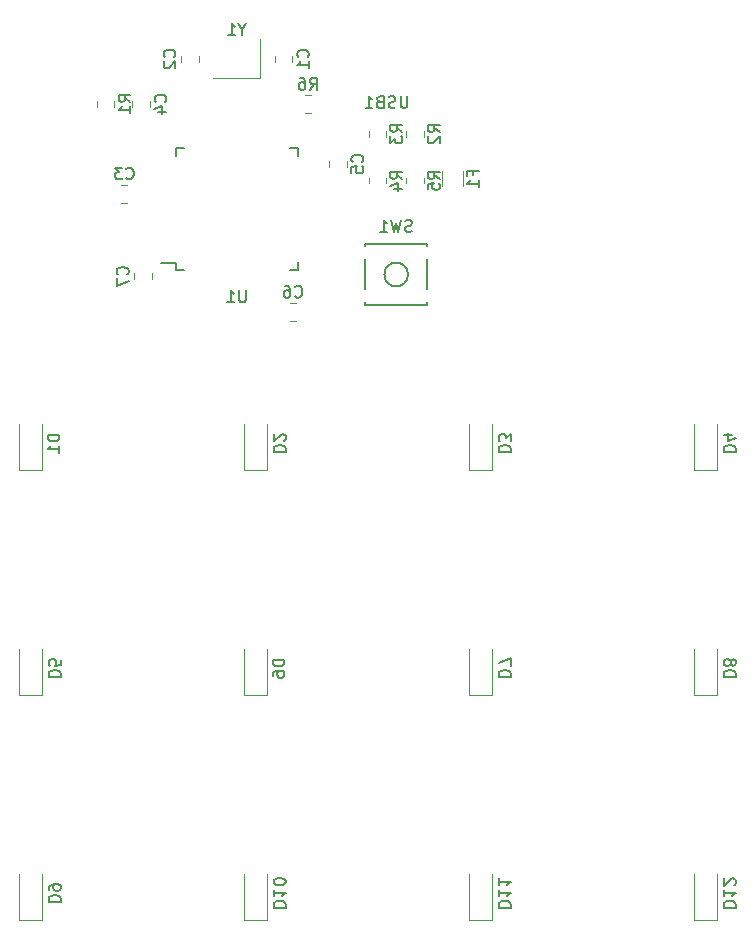
<source format=gbo>
%TF.GenerationSoftware,KiCad,Pcbnew,(5.1.10)-1*%
%TF.CreationDate,2021-11-01T22:25:46+02:00*%
%TF.ProjectId,V1,56312e6b-6963-4616-945f-706362585858,rev?*%
%TF.SameCoordinates,Original*%
%TF.FileFunction,Legend,Bot*%
%TF.FilePolarity,Positive*%
%FSLAX46Y46*%
G04 Gerber Fmt 4.6, Leading zero omitted, Abs format (unit mm)*
G04 Created by KiCad (PCBNEW (5.1.10)-1) date 2021-11-01 22:25:46*
%MOMM*%
%LPD*%
G01*
G04 APERTURE LIST*
%ADD10C,0.120000*%
%ADD11C,0.150000*%
%ADD12R,1.400000X1.200000*%
%ADD13R,0.600000X1.450000*%
%ADD14R,0.300000X1.450000*%
%ADD15C,0.650000*%
%ADD16O,1.000000X2.100000*%
%ADD17O,1.000000X1.600000*%
%ADD18R,0.550000X1.500000*%
%ADD19R,1.500000X0.550000*%
%ADD20R,1.800000X1.100000*%
%ADD21C,2.250000*%
%ADD22C,3.987800*%
%ADD23C,1.750000*%
%ADD24R,1.200000X0.900000*%
G04 APERTURE END LIST*
D10*
%TO.C,Y1*%
X92487500Y-61850000D02*
X92487500Y-65150000D01*
X92487500Y-65150000D02*
X88487500Y-65150000D01*
D11*
%TO.C,U1*%
X85312500Y-81375000D02*
X85312500Y-80800000D01*
X95662500Y-81375000D02*
X95662500Y-80700000D01*
X95662500Y-71025000D02*
X95662500Y-71700000D01*
X85312500Y-71025000D02*
X85312500Y-71700000D01*
X85312500Y-81375000D02*
X85987500Y-81375000D01*
X85312500Y-71025000D02*
X85987500Y-71025000D01*
X95662500Y-71025000D02*
X94987500Y-71025000D01*
X95662500Y-81375000D02*
X94987500Y-81375000D01*
X85312500Y-80800000D02*
X84037500Y-80800000D01*
%TO.C,SW1*%
X104981250Y-81756250D02*
G75*
G03*
X104981250Y-81756250I-1000000J0D01*
G01*
X101381250Y-79156250D02*
X101381250Y-84356250D01*
X106581250Y-79156250D02*
X101381250Y-79156250D01*
X106581250Y-84356250D02*
X106581250Y-79156250D01*
X101381250Y-84356250D02*
X106581250Y-84356250D01*
D10*
%TO.C,R6*%
X96747064Y-66575000D02*
X96292936Y-66575000D01*
X96747064Y-68045000D02*
X96292936Y-68045000D01*
%TO.C,R5*%
X106303750Y-74045814D02*
X106303750Y-73591686D01*
X104833750Y-74045814D02*
X104833750Y-73591686D01*
%TO.C,R4*%
X103128750Y-74045814D02*
X103128750Y-73591686D01*
X101658750Y-74045814D02*
X101658750Y-73591686D01*
%TO.C,R3*%
X103128750Y-70077064D02*
X103128750Y-69622936D01*
X101658750Y-70077064D02*
X101658750Y-69622936D01*
%TO.C,R2*%
X106303750Y-70077064D02*
X106303750Y-69622936D01*
X104833750Y-70077064D02*
X104833750Y-69622936D01*
%TO.C,R1*%
X80110000Y-67537064D02*
X80110000Y-67082936D01*
X78640000Y-67537064D02*
X78640000Y-67082936D01*
%TO.C,F1*%
X109653750Y-74233314D02*
X109653750Y-73029186D01*
X107833750Y-74233314D02*
X107833750Y-73029186D01*
%TO.C,D12*%
X131175000Y-136393750D02*
X129175000Y-136393750D01*
X129175000Y-136393750D02*
X129175000Y-132493750D01*
X131175000Y-136393750D02*
X131175000Y-132493750D01*
%TO.C,D11*%
X112125000Y-136393750D02*
X110125000Y-136393750D01*
X110125000Y-136393750D02*
X110125000Y-132493750D01*
X112125000Y-136393750D02*
X112125000Y-132493750D01*
%TO.C,D10*%
X93075000Y-136393750D02*
X91075000Y-136393750D01*
X91075000Y-136393750D02*
X91075000Y-132493750D01*
X93075000Y-136393750D02*
X93075000Y-132493750D01*
%TO.C,D9*%
X74025000Y-136393750D02*
X72025000Y-136393750D01*
X72025000Y-136393750D02*
X72025000Y-132493750D01*
X74025000Y-136393750D02*
X74025000Y-132493750D01*
%TO.C,D8*%
X131175000Y-117343750D02*
X129175000Y-117343750D01*
X129175000Y-117343750D02*
X129175000Y-113443750D01*
X131175000Y-117343750D02*
X131175000Y-113443750D01*
%TO.C,D7*%
X112125000Y-117343750D02*
X110125000Y-117343750D01*
X110125000Y-117343750D02*
X110125000Y-113443750D01*
X112125000Y-117343750D02*
X112125000Y-113443750D01*
%TO.C,D6*%
X93075000Y-117343750D02*
X91075000Y-117343750D01*
X91075000Y-117343750D02*
X91075000Y-113443750D01*
X93075000Y-117343750D02*
X93075000Y-113443750D01*
%TO.C,D5*%
X74025000Y-117343750D02*
X72025000Y-117343750D01*
X72025000Y-117343750D02*
X72025000Y-113443750D01*
X74025000Y-117343750D02*
X74025000Y-113443750D01*
%TO.C,D4*%
X131175000Y-98293750D02*
X129175000Y-98293750D01*
X129175000Y-98293750D02*
X129175000Y-94393750D01*
X131175000Y-98293750D02*
X131175000Y-94393750D01*
%TO.C,D3*%
X112125000Y-98293750D02*
X110125000Y-98293750D01*
X110125000Y-98293750D02*
X110125000Y-94393750D01*
X112125000Y-98293750D02*
X112125000Y-94393750D01*
%TO.C,D2*%
X93075000Y-98293750D02*
X91075000Y-98293750D01*
X91075000Y-98293750D02*
X91075000Y-94393750D01*
X93075000Y-98293750D02*
X93075000Y-94393750D01*
%TO.C,D1*%
X74025000Y-98293750D02*
X72025000Y-98293750D01*
X72025000Y-98293750D02*
X72025000Y-94393750D01*
X74025000Y-98293750D02*
X74025000Y-94393750D01*
%TO.C,C7*%
X81815000Y-81651248D02*
X81815000Y-82173752D01*
X83285000Y-81651248D02*
X83285000Y-82173752D01*
%TO.C,C6*%
X95511252Y-84196250D02*
X94988748Y-84196250D01*
X95511252Y-85666250D02*
X94988748Y-85666250D01*
%TO.C,C5*%
X98325000Y-72651252D02*
X98325000Y-72128748D01*
X99795000Y-72651252D02*
X99795000Y-72128748D01*
%TO.C,C4*%
X83126250Y-67571252D02*
X83126250Y-67048748D01*
X81656250Y-67571252D02*
X81656250Y-67048748D01*
%TO.C,C3*%
X81223752Y-74195000D02*
X80701248Y-74195000D01*
X81223752Y-75665000D02*
X80701248Y-75665000D01*
%TO.C,C2*%
X85783750Y-63238748D02*
X85783750Y-63761252D01*
X87253750Y-63238748D02*
X87253750Y-63761252D01*
%TO.C,C1*%
X95191250Y-63761252D02*
X95191250Y-63238748D01*
X93721250Y-63761252D02*
X93721250Y-63238748D01*
%TO.C,Y1*%
D11*
X90963690Y-61026190D02*
X90963690Y-61502380D01*
X91297023Y-60502380D02*
X90963690Y-61026190D01*
X90630357Y-60502380D01*
X89773214Y-61502380D02*
X90344642Y-61502380D01*
X90058928Y-61502380D02*
X90058928Y-60502380D01*
X90154166Y-60645238D01*
X90249404Y-60740476D01*
X90344642Y-60788095D01*
%TO.C,USB1*%
X104925595Y-66646130D02*
X104925595Y-67455654D01*
X104877976Y-67550892D01*
X104830357Y-67598511D01*
X104735119Y-67646130D01*
X104544642Y-67646130D01*
X104449404Y-67598511D01*
X104401785Y-67550892D01*
X104354166Y-67455654D01*
X104354166Y-66646130D01*
X103925595Y-67598511D02*
X103782738Y-67646130D01*
X103544642Y-67646130D01*
X103449404Y-67598511D01*
X103401785Y-67550892D01*
X103354166Y-67455654D01*
X103354166Y-67360416D01*
X103401785Y-67265178D01*
X103449404Y-67217559D01*
X103544642Y-67169940D01*
X103735119Y-67122321D01*
X103830357Y-67074702D01*
X103877976Y-67027083D01*
X103925595Y-66931845D01*
X103925595Y-66836607D01*
X103877976Y-66741369D01*
X103830357Y-66693750D01*
X103735119Y-66646130D01*
X103497023Y-66646130D01*
X103354166Y-66693750D01*
X102592261Y-67122321D02*
X102449404Y-67169940D01*
X102401785Y-67217559D01*
X102354166Y-67312797D01*
X102354166Y-67455654D01*
X102401785Y-67550892D01*
X102449404Y-67598511D01*
X102544642Y-67646130D01*
X102925595Y-67646130D01*
X102925595Y-66646130D01*
X102592261Y-66646130D01*
X102497023Y-66693750D01*
X102449404Y-66741369D01*
X102401785Y-66836607D01*
X102401785Y-66931845D01*
X102449404Y-67027083D01*
X102497023Y-67074702D01*
X102592261Y-67122321D01*
X102925595Y-67122321D01*
X101401785Y-67646130D02*
X101973214Y-67646130D01*
X101687500Y-67646130D02*
X101687500Y-66646130D01*
X101782738Y-66788988D01*
X101877976Y-66884226D01*
X101973214Y-66931845D01*
%TO.C,U1*%
X91249404Y-83102380D02*
X91249404Y-83911904D01*
X91201785Y-84007142D01*
X91154166Y-84054761D01*
X91058928Y-84102380D01*
X90868452Y-84102380D01*
X90773214Y-84054761D01*
X90725595Y-84007142D01*
X90677976Y-83911904D01*
X90677976Y-83102380D01*
X89677976Y-84102380D02*
X90249404Y-84102380D01*
X89963690Y-84102380D02*
X89963690Y-83102380D01*
X90058928Y-83245238D01*
X90154166Y-83340476D01*
X90249404Y-83388095D01*
%TO.C,SW1*%
X105314583Y-78097011D02*
X105171726Y-78144630D01*
X104933630Y-78144630D01*
X104838392Y-78097011D01*
X104790773Y-78049392D01*
X104743154Y-77954154D01*
X104743154Y-77858916D01*
X104790773Y-77763678D01*
X104838392Y-77716059D01*
X104933630Y-77668440D01*
X105124107Y-77620821D01*
X105219345Y-77573202D01*
X105266964Y-77525583D01*
X105314583Y-77430345D01*
X105314583Y-77335107D01*
X105266964Y-77239869D01*
X105219345Y-77192250D01*
X105124107Y-77144630D01*
X104886011Y-77144630D01*
X104743154Y-77192250D01*
X104409821Y-77144630D02*
X104171726Y-78144630D01*
X103981250Y-77430345D01*
X103790773Y-78144630D01*
X103552678Y-77144630D01*
X102647916Y-78144630D02*
X103219345Y-78144630D01*
X102933630Y-78144630D02*
X102933630Y-77144630D01*
X103028869Y-77287488D01*
X103124107Y-77382726D01*
X103219345Y-77430345D01*
%TO.C,R6*%
X96686666Y-66112380D02*
X97020000Y-65636190D01*
X97258095Y-66112380D02*
X97258095Y-65112380D01*
X96877142Y-65112380D01*
X96781904Y-65160000D01*
X96734285Y-65207619D01*
X96686666Y-65302857D01*
X96686666Y-65445714D01*
X96734285Y-65540952D01*
X96781904Y-65588571D01*
X96877142Y-65636190D01*
X97258095Y-65636190D01*
X95829523Y-65112380D02*
X96020000Y-65112380D01*
X96115238Y-65160000D01*
X96162857Y-65207619D01*
X96258095Y-65350476D01*
X96305714Y-65540952D01*
X96305714Y-65921904D01*
X96258095Y-66017142D01*
X96210476Y-66064761D01*
X96115238Y-66112380D01*
X95924761Y-66112380D01*
X95829523Y-66064761D01*
X95781904Y-66017142D01*
X95734285Y-65921904D01*
X95734285Y-65683809D01*
X95781904Y-65588571D01*
X95829523Y-65540952D01*
X95924761Y-65493333D01*
X96115238Y-65493333D01*
X96210476Y-65540952D01*
X96258095Y-65588571D01*
X96305714Y-65683809D01*
%TO.C,R5*%
X107671130Y-73652083D02*
X107194940Y-73318750D01*
X107671130Y-73080654D02*
X106671130Y-73080654D01*
X106671130Y-73461607D01*
X106718750Y-73556845D01*
X106766369Y-73604464D01*
X106861607Y-73652083D01*
X107004464Y-73652083D01*
X107099702Y-73604464D01*
X107147321Y-73556845D01*
X107194940Y-73461607D01*
X107194940Y-73080654D01*
X106671130Y-74556845D02*
X106671130Y-74080654D01*
X107147321Y-74033035D01*
X107099702Y-74080654D01*
X107052083Y-74175892D01*
X107052083Y-74413988D01*
X107099702Y-74509226D01*
X107147321Y-74556845D01*
X107242559Y-74604464D01*
X107480654Y-74604464D01*
X107575892Y-74556845D01*
X107623511Y-74509226D01*
X107671130Y-74413988D01*
X107671130Y-74175892D01*
X107623511Y-74080654D01*
X107575892Y-74033035D01*
%TO.C,R4*%
X104496130Y-73652083D02*
X104019940Y-73318750D01*
X104496130Y-73080654D02*
X103496130Y-73080654D01*
X103496130Y-73461607D01*
X103543750Y-73556845D01*
X103591369Y-73604464D01*
X103686607Y-73652083D01*
X103829464Y-73652083D01*
X103924702Y-73604464D01*
X103972321Y-73556845D01*
X104019940Y-73461607D01*
X104019940Y-73080654D01*
X103829464Y-74509226D02*
X104496130Y-74509226D01*
X103448511Y-74271130D02*
X104162797Y-74033035D01*
X104162797Y-74652083D01*
%TO.C,R3*%
X104496130Y-69683333D02*
X104019940Y-69350000D01*
X104496130Y-69111904D02*
X103496130Y-69111904D01*
X103496130Y-69492857D01*
X103543750Y-69588095D01*
X103591369Y-69635714D01*
X103686607Y-69683333D01*
X103829464Y-69683333D01*
X103924702Y-69635714D01*
X103972321Y-69588095D01*
X104019940Y-69492857D01*
X104019940Y-69111904D01*
X103496130Y-70016666D02*
X103496130Y-70635714D01*
X103877083Y-70302380D01*
X103877083Y-70445238D01*
X103924702Y-70540476D01*
X103972321Y-70588095D01*
X104067559Y-70635714D01*
X104305654Y-70635714D01*
X104400892Y-70588095D01*
X104448511Y-70540476D01*
X104496130Y-70445238D01*
X104496130Y-70159523D01*
X104448511Y-70064285D01*
X104400892Y-70016666D01*
%TO.C,R2*%
X107671130Y-69683333D02*
X107194940Y-69350000D01*
X107671130Y-69111904D02*
X106671130Y-69111904D01*
X106671130Y-69492857D01*
X106718750Y-69588095D01*
X106766369Y-69635714D01*
X106861607Y-69683333D01*
X107004464Y-69683333D01*
X107099702Y-69635714D01*
X107147321Y-69588095D01*
X107194940Y-69492857D01*
X107194940Y-69111904D01*
X106766369Y-70064285D02*
X106718750Y-70111904D01*
X106671130Y-70207142D01*
X106671130Y-70445238D01*
X106718750Y-70540476D01*
X106766369Y-70588095D01*
X106861607Y-70635714D01*
X106956845Y-70635714D01*
X107099702Y-70588095D01*
X107671130Y-70016666D01*
X107671130Y-70635714D01*
%TO.C,R1*%
X81477380Y-67143333D02*
X81001190Y-66810000D01*
X81477380Y-66571904D02*
X80477380Y-66571904D01*
X80477380Y-66952857D01*
X80525000Y-67048095D01*
X80572619Y-67095714D01*
X80667857Y-67143333D01*
X80810714Y-67143333D01*
X80905952Y-67095714D01*
X80953571Y-67048095D01*
X81001190Y-66952857D01*
X81001190Y-66571904D01*
X81477380Y-68095714D02*
X81477380Y-67524285D01*
X81477380Y-67810000D02*
X80477380Y-67810000D01*
X80620238Y-67714761D01*
X80715476Y-67619523D01*
X80763095Y-67524285D01*
%TO.C,F1*%
X110492321Y-73297916D02*
X110492321Y-72964583D01*
X111016130Y-72964583D02*
X110016130Y-72964583D01*
X110016130Y-73440773D01*
X111016130Y-74345535D02*
X111016130Y-73774107D01*
X111016130Y-74059821D02*
X110016130Y-74059821D01*
X110158988Y-73964583D01*
X110254226Y-73869345D01*
X110301845Y-73774107D01*
%TO.C,D12*%
X131722619Y-135358035D02*
X132722619Y-135358035D01*
X132722619Y-135119940D01*
X132675000Y-134977083D01*
X132579761Y-134881845D01*
X132484523Y-134834226D01*
X132294047Y-134786607D01*
X132151190Y-134786607D01*
X131960714Y-134834226D01*
X131865476Y-134881845D01*
X131770238Y-134977083D01*
X131722619Y-135119940D01*
X131722619Y-135358035D01*
X131722619Y-133834226D02*
X131722619Y-134405654D01*
X131722619Y-134119940D02*
X132722619Y-134119940D01*
X132579761Y-134215178D01*
X132484523Y-134310416D01*
X132436904Y-134405654D01*
X132627380Y-133453273D02*
X132675000Y-133405654D01*
X132722619Y-133310416D01*
X132722619Y-133072321D01*
X132675000Y-132977083D01*
X132627380Y-132929464D01*
X132532142Y-132881845D01*
X132436904Y-132881845D01*
X132294047Y-132929464D01*
X131722619Y-133500892D01*
X131722619Y-132881845D01*
%TO.C,D11*%
X112672619Y-135358035D02*
X113672619Y-135358035D01*
X113672619Y-135119940D01*
X113625000Y-134977083D01*
X113529761Y-134881845D01*
X113434523Y-134834226D01*
X113244047Y-134786607D01*
X113101190Y-134786607D01*
X112910714Y-134834226D01*
X112815476Y-134881845D01*
X112720238Y-134977083D01*
X112672619Y-135119940D01*
X112672619Y-135358035D01*
X112672619Y-133834226D02*
X112672619Y-134405654D01*
X112672619Y-134119940D02*
X113672619Y-134119940D01*
X113529761Y-134215178D01*
X113434523Y-134310416D01*
X113386904Y-134405654D01*
X112672619Y-132881845D02*
X112672619Y-133453273D01*
X112672619Y-133167559D02*
X113672619Y-133167559D01*
X113529761Y-133262797D01*
X113434523Y-133358035D01*
X113386904Y-133453273D01*
%TO.C,D10*%
X93622619Y-135358035D02*
X94622619Y-135358035D01*
X94622619Y-135119940D01*
X94575000Y-134977083D01*
X94479761Y-134881845D01*
X94384523Y-134834226D01*
X94194047Y-134786607D01*
X94051190Y-134786607D01*
X93860714Y-134834226D01*
X93765476Y-134881845D01*
X93670238Y-134977083D01*
X93622619Y-135119940D01*
X93622619Y-135358035D01*
X93622619Y-133834226D02*
X93622619Y-134405654D01*
X93622619Y-134119940D02*
X94622619Y-134119940D01*
X94479761Y-134215178D01*
X94384523Y-134310416D01*
X94336904Y-134405654D01*
X94622619Y-133215178D02*
X94622619Y-133119940D01*
X94575000Y-133024702D01*
X94527380Y-132977083D01*
X94432142Y-132929464D01*
X94241666Y-132881845D01*
X94003571Y-132881845D01*
X93813095Y-132929464D01*
X93717857Y-132977083D01*
X93670238Y-133024702D01*
X93622619Y-133119940D01*
X93622619Y-133215178D01*
X93670238Y-133310416D01*
X93717857Y-133358035D01*
X93813095Y-133405654D01*
X94003571Y-133453273D01*
X94241666Y-133453273D01*
X94432142Y-133405654D01*
X94527380Y-133358035D01*
X94575000Y-133310416D01*
X94622619Y-133215178D01*
%TO.C,D9*%
X74572619Y-134881845D02*
X75572619Y-134881845D01*
X75572619Y-134643750D01*
X75525000Y-134500892D01*
X75429761Y-134405654D01*
X75334523Y-134358035D01*
X75144047Y-134310416D01*
X75001190Y-134310416D01*
X74810714Y-134358035D01*
X74715476Y-134405654D01*
X74620238Y-134500892D01*
X74572619Y-134643750D01*
X74572619Y-134881845D01*
X74572619Y-133834226D02*
X74572619Y-133643750D01*
X74620238Y-133548511D01*
X74667857Y-133500892D01*
X74810714Y-133405654D01*
X75001190Y-133358035D01*
X75382142Y-133358035D01*
X75477380Y-133405654D01*
X75525000Y-133453273D01*
X75572619Y-133548511D01*
X75572619Y-133738988D01*
X75525000Y-133834226D01*
X75477380Y-133881845D01*
X75382142Y-133929464D01*
X75144047Y-133929464D01*
X75048809Y-133881845D01*
X75001190Y-133834226D01*
X74953571Y-133738988D01*
X74953571Y-133548511D01*
X75001190Y-133453273D01*
X75048809Y-133405654D01*
X75144047Y-133358035D01*
%TO.C,D8*%
X131722619Y-115831845D02*
X132722619Y-115831845D01*
X132722619Y-115593750D01*
X132675000Y-115450892D01*
X132579761Y-115355654D01*
X132484523Y-115308035D01*
X132294047Y-115260416D01*
X132151190Y-115260416D01*
X131960714Y-115308035D01*
X131865476Y-115355654D01*
X131770238Y-115450892D01*
X131722619Y-115593750D01*
X131722619Y-115831845D01*
X132294047Y-114688988D02*
X132341666Y-114784226D01*
X132389285Y-114831845D01*
X132484523Y-114879464D01*
X132532142Y-114879464D01*
X132627380Y-114831845D01*
X132675000Y-114784226D01*
X132722619Y-114688988D01*
X132722619Y-114498511D01*
X132675000Y-114403273D01*
X132627380Y-114355654D01*
X132532142Y-114308035D01*
X132484523Y-114308035D01*
X132389285Y-114355654D01*
X132341666Y-114403273D01*
X132294047Y-114498511D01*
X132294047Y-114688988D01*
X132246428Y-114784226D01*
X132198809Y-114831845D01*
X132103571Y-114879464D01*
X131913095Y-114879464D01*
X131817857Y-114831845D01*
X131770238Y-114784226D01*
X131722619Y-114688988D01*
X131722619Y-114498511D01*
X131770238Y-114403273D01*
X131817857Y-114355654D01*
X131913095Y-114308035D01*
X132103571Y-114308035D01*
X132198809Y-114355654D01*
X132246428Y-114403273D01*
X132294047Y-114498511D01*
%TO.C,D7*%
X112672619Y-115831845D02*
X113672619Y-115831845D01*
X113672619Y-115593750D01*
X113625000Y-115450892D01*
X113529761Y-115355654D01*
X113434523Y-115308035D01*
X113244047Y-115260416D01*
X113101190Y-115260416D01*
X112910714Y-115308035D01*
X112815476Y-115355654D01*
X112720238Y-115450892D01*
X112672619Y-115593750D01*
X112672619Y-115831845D01*
X113672619Y-114927083D02*
X113672619Y-114260416D01*
X112672619Y-114688988D01*
%TO.C,D6*%
X94527380Y-114355654D02*
X93527380Y-114355654D01*
X93527380Y-114593750D01*
X93575000Y-114736607D01*
X93670238Y-114831845D01*
X93765476Y-114879464D01*
X93955952Y-114927083D01*
X94098809Y-114927083D01*
X94289285Y-114879464D01*
X94384523Y-114831845D01*
X94479761Y-114736607D01*
X94527380Y-114593750D01*
X94527380Y-114355654D01*
X93527380Y-115784226D02*
X93527380Y-115593750D01*
X93575000Y-115498511D01*
X93622619Y-115450892D01*
X93765476Y-115355654D01*
X93955952Y-115308035D01*
X94336904Y-115308035D01*
X94432142Y-115355654D01*
X94479761Y-115403273D01*
X94527380Y-115498511D01*
X94527380Y-115688988D01*
X94479761Y-115784226D01*
X94432142Y-115831845D01*
X94336904Y-115879464D01*
X94098809Y-115879464D01*
X94003571Y-115831845D01*
X93955952Y-115784226D01*
X93908333Y-115688988D01*
X93908333Y-115498511D01*
X93955952Y-115403273D01*
X94003571Y-115355654D01*
X94098809Y-115308035D01*
%TO.C,D5*%
X74572619Y-115831845D02*
X75572619Y-115831845D01*
X75572619Y-115593750D01*
X75525000Y-115450892D01*
X75429761Y-115355654D01*
X75334523Y-115308035D01*
X75144047Y-115260416D01*
X75001190Y-115260416D01*
X74810714Y-115308035D01*
X74715476Y-115355654D01*
X74620238Y-115450892D01*
X74572619Y-115593750D01*
X74572619Y-115831845D01*
X75572619Y-114355654D02*
X75572619Y-114831845D01*
X75096428Y-114879464D01*
X75144047Y-114831845D01*
X75191666Y-114736607D01*
X75191666Y-114498511D01*
X75144047Y-114403273D01*
X75096428Y-114355654D01*
X75001190Y-114308035D01*
X74763095Y-114308035D01*
X74667857Y-114355654D01*
X74620238Y-114403273D01*
X74572619Y-114498511D01*
X74572619Y-114736607D01*
X74620238Y-114831845D01*
X74667857Y-114879464D01*
%TO.C,D4*%
X131722619Y-96781845D02*
X132722619Y-96781845D01*
X132722619Y-96543750D01*
X132675000Y-96400892D01*
X132579761Y-96305654D01*
X132484523Y-96258035D01*
X132294047Y-96210416D01*
X132151190Y-96210416D01*
X131960714Y-96258035D01*
X131865476Y-96305654D01*
X131770238Y-96400892D01*
X131722619Y-96543750D01*
X131722619Y-96781845D01*
X132389285Y-95353273D02*
X131722619Y-95353273D01*
X132770238Y-95591369D02*
X132055952Y-95829464D01*
X132055952Y-95210416D01*
%TO.C,D3*%
X112672619Y-96781845D02*
X113672619Y-96781845D01*
X113672619Y-96543750D01*
X113625000Y-96400892D01*
X113529761Y-96305654D01*
X113434523Y-96258035D01*
X113244047Y-96210416D01*
X113101190Y-96210416D01*
X112910714Y-96258035D01*
X112815476Y-96305654D01*
X112720238Y-96400892D01*
X112672619Y-96543750D01*
X112672619Y-96781845D01*
X113672619Y-95877083D02*
X113672619Y-95258035D01*
X113291666Y-95591369D01*
X113291666Y-95448511D01*
X113244047Y-95353273D01*
X113196428Y-95305654D01*
X113101190Y-95258035D01*
X112863095Y-95258035D01*
X112767857Y-95305654D01*
X112720238Y-95353273D01*
X112672619Y-95448511D01*
X112672619Y-95734226D01*
X112720238Y-95829464D01*
X112767857Y-95877083D01*
%TO.C,D2*%
X93622619Y-96781845D02*
X94622619Y-96781845D01*
X94622619Y-96543750D01*
X94575000Y-96400892D01*
X94479761Y-96305654D01*
X94384523Y-96258035D01*
X94194047Y-96210416D01*
X94051190Y-96210416D01*
X93860714Y-96258035D01*
X93765476Y-96305654D01*
X93670238Y-96400892D01*
X93622619Y-96543750D01*
X93622619Y-96781845D01*
X94527380Y-95829464D02*
X94575000Y-95781845D01*
X94622619Y-95686607D01*
X94622619Y-95448511D01*
X94575000Y-95353273D01*
X94527380Y-95305654D01*
X94432142Y-95258035D01*
X94336904Y-95258035D01*
X94194047Y-95305654D01*
X93622619Y-95877083D01*
X93622619Y-95258035D01*
%TO.C,D1*%
X75477380Y-95305654D02*
X74477380Y-95305654D01*
X74477380Y-95543750D01*
X74525000Y-95686607D01*
X74620238Y-95781845D01*
X74715476Y-95829464D01*
X74905952Y-95877083D01*
X75048809Y-95877083D01*
X75239285Y-95829464D01*
X75334523Y-95781845D01*
X75429761Y-95686607D01*
X75477380Y-95543750D01*
X75477380Y-95305654D01*
X75477380Y-96829464D02*
X75477380Y-96258035D01*
X75477380Y-96543750D02*
X74477380Y-96543750D01*
X74620238Y-96448511D01*
X74715476Y-96353273D01*
X74763095Y-96258035D01*
%TO.C,C7*%
X81227142Y-81745833D02*
X81274761Y-81698214D01*
X81322380Y-81555357D01*
X81322380Y-81460119D01*
X81274761Y-81317261D01*
X81179523Y-81222023D01*
X81084285Y-81174404D01*
X80893809Y-81126785D01*
X80750952Y-81126785D01*
X80560476Y-81174404D01*
X80465238Y-81222023D01*
X80370000Y-81317261D01*
X80322380Y-81460119D01*
X80322380Y-81555357D01*
X80370000Y-81698214D01*
X80417619Y-81745833D01*
X80322380Y-82079166D02*
X80322380Y-82745833D01*
X81322380Y-82317261D01*
%TO.C,C6*%
X95416666Y-83608392D02*
X95464285Y-83656011D01*
X95607142Y-83703630D01*
X95702380Y-83703630D01*
X95845238Y-83656011D01*
X95940476Y-83560773D01*
X95988095Y-83465535D01*
X96035714Y-83275059D01*
X96035714Y-83132202D01*
X95988095Y-82941726D01*
X95940476Y-82846488D01*
X95845238Y-82751250D01*
X95702380Y-82703630D01*
X95607142Y-82703630D01*
X95464285Y-82751250D01*
X95416666Y-82798869D01*
X94559523Y-82703630D02*
X94750000Y-82703630D01*
X94845238Y-82751250D01*
X94892857Y-82798869D01*
X94988095Y-82941726D01*
X95035714Y-83132202D01*
X95035714Y-83513154D01*
X94988095Y-83608392D01*
X94940476Y-83656011D01*
X94845238Y-83703630D01*
X94654761Y-83703630D01*
X94559523Y-83656011D01*
X94511904Y-83608392D01*
X94464285Y-83513154D01*
X94464285Y-83275059D01*
X94511904Y-83179821D01*
X94559523Y-83132202D01*
X94654761Y-83084583D01*
X94845238Y-83084583D01*
X94940476Y-83132202D01*
X94988095Y-83179821D01*
X95035714Y-83275059D01*
%TO.C,C5*%
X101097142Y-72223333D02*
X101144761Y-72175714D01*
X101192380Y-72032857D01*
X101192380Y-71937619D01*
X101144761Y-71794761D01*
X101049523Y-71699523D01*
X100954285Y-71651904D01*
X100763809Y-71604285D01*
X100620952Y-71604285D01*
X100430476Y-71651904D01*
X100335238Y-71699523D01*
X100240000Y-71794761D01*
X100192380Y-71937619D01*
X100192380Y-72032857D01*
X100240000Y-72175714D01*
X100287619Y-72223333D01*
X100192380Y-73128095D02*
X100192380Y-72651904D01*
X100668571Y-72604285D01*
X100620952Y-72651904D01*
X100573333Y-72747142D01*
X100573333Y-72985238D01*
X100620952Y-73080476D01*
X100668571Y-73128095D01*
X100763809Y-73175714D01*
X101001904Y-73175714D01*
X101097142Y-73128095D01*
X101144761Y-73080476D01*
X101192380Y-72985238D01*
X101192380Y-72747142D01*
X101144761Y-72651904D01*
X101097142Y-72604285D01*
%TO.C,C4*%
X84428392Y-67143333D02*
X84476011Y-67095714D01*
X84523630Y-66952857D01*
X84523630Y-66857619D01*
X84476011Y-66714761D01*
X84380773Y-66619523D01*
X84285535Y-66571904D01*
X84095059Y-66524285D01*
X83952202Y-66524285D01*
X83761726Y-66571904D01*
X83666488Y-66619523D01*
X83571250Y-66714761D01*
X83523630Y-66857619D01*
X83523630Y-66952857D01*
X83571250Y-67095714D01*
X83618869Y-67143333D01*
X83856964Y-68000476D02*
X84523630Y-68000476D01*
X83476011Y-67762380D02*
X84190297Y-67524285D01*
X84190297Y-68143333D01*
%TO.C,C3*%
X81129166Y-73607142D02*
X81176785Y-73654761D01*
X81319642Y-73702380D01*
X81414880Y-73702380D01*
X81557738Y-73654761D01*
X81652976Y-73559523D01*
X81700595Y-73464285D01*
X81748214Y-73273809D01*
X81748214Y-73130952D01*
X81700595Y-72940476D01*
X81652976Y-72845238D01*
X81557738Y-72750000D01*
X81414880Y-72702380D01*
X81319642Y-72702380D01*
X81176785Y-72750000D01*
X81129166Y-72797619D01*
X80795833Y-72702380D02*
X80176785Y-72702380D01*
X80510119Y-73083333D01*
X80367261Y-73083333D01*
X80272023Y-73130952D01*
X80224404Y-73178571D01*
X80176785Y-73273809D01*
X80176785Y-73511904D01*
X80224404Y-73607142D01*
X80272023Y-73654761D01*
X80367261Y-73702380D01*
X80652976Y-73702380D01*
X80748214Y-73654761D01*
X80795833Y-73607142D01*
%TO.C,C2*%
X85195892Y-63333333D02*
X85243511Y-63285714D01*
X85291130Y-63142857D01*
X85291130Y-63047619D01*
X85243511Y-62904761D01*
X85148273Y-62809523D01*
X85053035Y-62761904D01*
X84862559Y-62714285D01*
X84719702Y-62714285D01*
X84529226Y-62761904D01*
X84433988Y-62809523D01*
X84338750Y-62904761D01*
X84291130Y-63047619D01*
X84291130Y-63142857D01*
X84338750Y-63285714D01*
X84386369Y-63333333D01*
X84386369Y-63714285D02*
X84338750Y-63761904D01*
X84291130Y-63857142D01*
X84291130Y-64095238D01*
X84338750Y-64190476D01*
X84386369Y-64238095D01*
X84481607Y-64285714D01*
X84576845Y-64285714D01*
X84719702Y-64238095D01*
X85291130Y-63666666D01*
X85291130Y-64285714D01*
%TO.C,C1*%
X96493392Y-63333333D02*
X96541011Y-63285714D01*
X96588630Y-63142857D01*
X96588630Y-63047619D01*
X96541011Y-62904761D01*
X96445773Y-62809523D01*
X96350535Y-62761904D01*
X96160059Y-62714285D01*
X96017202Y-62714285D01*
X95826726Y-62761904D01*
X95731488Y-62809523D01*
X95636250Y-62904761D01*
X95588630Y-63047619D01*
X95588630Y-63142857D01*
X95636250Y-63285714D01*
X95683869Y-63333333D01*
X96588630Y-64285714D02*
X96588630Y-63714285D01*
X96588630Y-64000000D02*
X95588630Y-64000000D01*
X95731488Y-63904761D01*
X95826726Y-63809523D01*
X95874345Y-63714285D01*
%TD*%
%LPC*%
D12*
%TO.C,Y1*%
X91587500Y-62650000D03*
X89387500Y-62650000D03*
X89387500Y-64350000D03*
X91587500Y-64350000D03*
%TD*%
D13*
%TO.C,USB1*%
X106412500Y-65638750D03*
X99962500Y-65638750D03*
X105637500Y-65638750D03*
X100737500Y-65638750D03*
D14*
X101437500Y-65638750D03*
X104937500Y-65638750D03*
X101937500Y-65638750D03*
X104437500Y-65638750D03*
X102437500Y-65638750D03*
X103937500Y-65638750D03*
X103437500Y-65638750D03*
X102937500Y-65638750D03*
D15*
X106077500Y-64193750D03*
X100297500Y-64193750D03*
D16*
X98867500Y-64723750D03*
X107507500Y-64723750D03*
D17*
X98867500Y-60543750D03*
X107507500Y-60543750D03*
%TD*%
D18*
%TO.C,U1*%
X86487500Y-81900000D03*
X87287500Y-81900000D03*
X88087500Y-81900000D03*
X88887500Y-81900000D03*
X89687500Y-81900000D03*
X90487500Y-81900000D03*
X91287500Y-81900000D03*
X92087500Y-81900000D03*
X92887500Y-81900000D03*
X93687500Y-81900000D03*
X94487500Y-81900000D03*
D19*
X96187500Y-80200000D03*
X96187500Y-79400000D03*
X96187500Y-78600000D03*
X96187500Y-77800000D03*
X96187500Y-77000000D03*
X96187500Y-76200000D03*
X96187500Y-75400000D03*
X96187500Y-74600000D03*
X96187500Y-73800000D03*
X96187500Y-73000000D03*
X96187500Y-72200000D03*
D18*
X94487500Y-70500000D03*
X93687500Y-70500000D03*
X92887500Y-70500000D03*
X92087500Y-70500000D03*
X91287500Y-70500000D03*
X90487500Y-70500000D03*
X89687500Y-70500000D03*
X88887500Y-70500000D03*
X88087500Y-70500000D03*
X87287500Y-70500000D03*
X86487500Y-70500000D03*
D19*
X84787500Y-72200000D03*
X84787500Y-73000000D03*
X84787500Y-73800000D03*
X84787500Y-74600000D03*
X84787500Y-75400000D03*
X84787500Y-76200000D03*
X84787500Y-77000000D03*
X84787500Y-77800000D03*
X84787500Y-78600000D03*
X84787500Y-79400000D03*
X84787500Y-80200000D03*
%TD*%
D20*
%TO.C,SW1*%
X100881250Y-79906250D03*
X107081250Y-83606250D03*
X100881250Y-83606250D03*
X107081250Y-79906250D03*
%TD*%
%TO.C,R6*%
G36*
G01*
X96120000Y-66859999D02*
X96120000Y-67760001D01*
G75*
G02*
X95870001Y-68010000I-249999J0D01*
G01*
X95344999Y-68010000D01*
G75*
G02*
X95095000Y-67760001I0J249999D01*
G01*
X95095000Y-66859999D01*
G75*
G02*
X95344999Y-66610000I249999J0D01*
G01*
X95870001Y-66610000D01*
G75*
G02*
X96120000Y-66859999I0J-249999D01*
G01*
G37*
G36*
G01*
X97945000Y-66859999D02*
X97945000Y-67760001D01*
G75*
G02*
X97695001Y-68010000I-249999J0D01*
G01*
X97169999Y-68010000D01*
G75*
G02*
X96920000Y-67760001I0J249999D01*
G01*
X96920000Y-66859999D01*
G75*
G02*
X97169999Y-66610000I249999J0D01*
G01*
X97695001Y-66610000D01*
G75*
G02*
X97945000Y-66859999I0J-249999D01*
G01*
G37*
%TD*%
%TO.C,R5*%
G36*
G01*
X106018751Y-73418750D02*
X105118749Y-73418750D01*
G75*
G02*
X104868750Y-73168751I0J249999D01*
G01*
X104868750Y-72643749D01*
G75*
G02*
X105118749Y-72393750I249999J0D01*
G01*
X106018751Y-72393750D01*
G75*
G02*
X106268750Y-72643749I0J-249999D01*
G01*
X106268750Y-73168751D01*
G75*
G02*
X106018751Y-73418750I-249999J0D01*
G01*
G37*
G36*
G01*
X106018751Y-75243750D02*
X105118749Y-75243750D01*
G75*
G02*
X104868750Y-74993751I0J249999D01*
G01*
X104868750Y-74468749D01*
G75*
G02*
X105118749Y-74218750I249999J0D01*
G01*
X106018751Y-74218750D01*
G75*
G02*
X106268750Y-74468749I0J-249999D01*
G01*
X106268750Y-74993751D01*
G75*
G02*
X106018751Y-75243750I-249999J0D01*
G01*
G37*
%TD*%
%TO.C,R4*%
G36*
G01*
X102843751Y-73418750D02*
X101943749Y-73418750D01*
G75*
G02*
X101693750Y-73168751I0J249999D01*
G01*
X101693750Y-72643749D01*
G75*
G02*
X101943749Y-72393750I249999J0D01*
G01*
X102843751Y-72393750D01*
G75*
G02*
X103093750Y-72643749I0J-249999D01*
G01*
X103093750Y-73168751D01*
G75*
G02*
X102843751Y-73418750I-249999J0D01*
G01*
G37*
G36*
G01*
X102843751Y-75243750D02*
X101943749Y-75243750D01*
G75*
G02*
X101693750Y-74993751I0J249999D01*
G01*
X101693750Y-74468749D01*
G75*
G02*
X101943749Y-74218750I249999J0D01*
G01*
X102843751Y-74218750D01*
G75*
G02*
X103093750Y-74468749I0J-249999D01*
G01*
X103093750Y-74993751D01*
G75*
G02*
X102843751Y-75243750I-249999J0D01*
G01*
G37*
%TD*%
%TO.C,R3*%
G36*
G01*
X102843751Y-69450000D02*
X101943749Y-69450000D01*
G75*
G02*
X101693750Y-69200001I0J249999D01*
G01*
X101693750Y-68674999D01*
G75*
G02*
X101943749Y-68425000I249999J0D01*
G01*
X102843751Y-68425000D01*
G75*
G02*
X103093750Y-68674999I0J-249999D01*
G01*
X103093750Y-69200001D01*
G75*
G02*
X102843751Y-69450000I-249999J0D01*
G01*
G37*
G36*
G01*
X102843751Y-71275000D02*
X101943749Y-71275000D01*
G75*
G02*
X101693750Y-71025001I0J249999D01*
G01*
X101693750Y-70499999D01*
G75*
G02*
X101943749Y-70250000I249999J0D01*
G01*
X102843751Y-70250000D01*
G75*
G02*
X103093750Y-70499999I0J-249999D01*
G01*
X103093750Y-71025001D01*
G75*
G02*
X102843751Y-71275000I-249999J0D01*
G01*
G37*
%TD*%
%TO.C,R2*%
G36*
G01*
X106018751Y-69450000D02*
X105118749Y-69450000D01*
G75*
G02*
X104868750Y-69200001I0J249999D01*
G01*
X104868750Y-68674999D01*
G75*
G02*
X105118749Y-68425000I249999J0D01*
G01*
X106018751Y-68425000D01*
G75*
G02*
X106268750Y-68674999I0J-249999D01*
G01*
X106268750Y-69200001D01*
G75*
G02*
X106018751Y-69450000I-249999J0D01*
G01*
G37*
G36*
G01*
X106018751Y-71275000D02*
X105118749Y-71275000D01*
G75*
G02*
X104868750Y-71025001I0J249999D01*
G01*
X104868750Y-70499999D01*
G75*
G02*
X105118749Y-70250000I249999J0D01*
G01*
X106018751Y-70250000D01*
G75*
G02*
X106268750Y-70499999I0J-249999D01*
G01*
X106268750Y-71025001D01*
G75*
G02*
X106018751Y-71275000I-249999J0D01*
G01*
G37*
%TD*%
%TO.C,R1*%
G36*
G01*
X79825001Y-66910000D02*
X78924999Y-66910000D01*
G75*
G02*
X78675000Y-66660001I0J249999D01*
G01*
X78675000Y-66134999D01*
G75*
G02*
X78924999Y-65885000I249999J0D01*
G01*
X79825001Y-65885000D01*
G75*
G02*
X80075000Y-66134999I0J-249999D01*
G01*
X80075000Y-66660001D01*
G75*
G02*
X79825001Y-66910000I-249999J0D01*
G01*
G37*
G36*
G01*
X79825001Y-68735000D02*
X78924999Y-68735000D01*
G75*
G02*
X78675000Y-68485001I0J249999D01*
G01*
X78675000Y-67959999D01*
G75*
G02*
X78924999Y-67710000I249999J0D01*
G01*
X79825001Y-67710000D01*
G75*
G02*
X80075000Y-67959999I0J-249999D01*
G01*
X80075000Y-68485001D01*
G75*
G02*
X79825001Y-68735000I-249999J0D01*
G01*
G37*
%TD*%
D21*
%TO.C,MX12*%
X124777500Y-129063750D03*
D22*
X122237500Y-134143750D03*
D21*
X118427500Y-131603750D03*
D23*
X117157500Y-134143750D03*
X127317500Y-134143750D03*
%TD*%
D21*
%TO.C,MX11*%
X105727500Y-129063750D03*
D22*
X103187500Y-134143750D03*
D21*
X99377500Y-131603750D03*
D23*
X98107500Y-134143750D03*
X108267500Y-134143750D03*
%TD*%
D21*
%TO.C,MX10*%
X86677500Y-129063750D03*
D22*
X84137500Y-134143750D03*
D21*
X80327500Y-131603750D03*
D23*
X79057500Y-134143750D03*
X89217500Y-134143750D03*
%TD*%
D21*
%TO.C,MX9*%
X67627500Y-129063750D03*
D22*
X65087500Y-134143750D03*
D21*
X61277500Y-131603750D03*
D23*
X60007500Y-134143750D03*
X70167500Y-134143750D03*
%TD*%
D21*
%TO.C,MX8*%
X124777500Y-110013750D03*
D22*
X122237500Y-115093750D03*
D21*
X118427500Y-112553750D03*
D23*
X117157500Y-115093750D03*
X127317500Y-115093750D03*
%TD*%
D21*
%TO.C,MX7*%
X105727500Y-110013750D03*
D22*
X103187500Y-115093750D03*
D21*
X99377500Y-112553750D03*
D23*
X98107500Y-115093750D03*
X108267500Y-115093750D03*
%TD*%
D21*
%TO.C,MX6*%
X86677500Y-110013750D03*
D22*
X84137500Y-115093750D03*
D21*
X80327500Y-112553750D03*
D23*
X79057500Y-115093750D03*
X89217500Y-115093750D03*
%TD*%
D21*
%TO.C,MX5*%
X67627500Y-110013750D03*
D22*
X65087500Y-115093750D03*
D21*
X61277500Y-112553750D03*
D23*
X60007500Y-115093750D03*
X70167500Y-115093750D03*
%TD*%
D21*
%TO.C,MX4*%
X124777500Y-90963750D03*
D22*
X122237500Y-96043750D03*
D21*
X118427500Y-93503750D03*
D23*
X117157500Y-96043750D03*
X127317500Y-96043750D03*
%TD*%
D21*
%TO.C,MX3*%
X105727500Y-90963750D03*
D22*
X103187500Y-96043750D03*
D21*
X99377500Y-93503750D03*
D23*
X98107500Y-96043750D03*
X108267500Y-96043750D03*
%TD*%
D21*
%TO.C,MX2*%
X86677500Y-90963750D03*
D22*
X84137500Y-96043750D03*
D21*
X80327500Y-93503750D03*
D23*
X79057500Y-96043750D03*
X89217500Y-96043750D03*
%TD*%
D21*
%TO.C,MX1*%
X67627500Y-90963750D03*
D22*
X65087500Y-96043750D03*
D21*
X61277500Y-93503750D03*
D23*
X60007500Y-96043750D03*
X70167500Y-96043750D03*
%TD*%
%TO.C,F1*%
G36*
G01*
X109368750Y-72856250D02*
X108118750Y-72856250D01*
G75*
G02*
X107868750Y-72606250I0J250000D01*
G01*
X107868750Y-71856250D01*
G75*
G02*
X108118750Y-71606250I250000J0D01*
G01*
X109368750Y-71606250D01*
G75*
G02*
X109618750Y-71856250I0J-250000D01*
G01*
X109618750Y-72606250D01*
G75*
G02*
X109368750Y-72856250I-250000J0D01*
G01*
G37*
G36*
G01*
X109368750Y-75656250D02*
X108118750Y-75656250D01*
G75*
G02*
X107868750Y-75406250I0J250000D01*
G01*
X107868750Y-74656250D01*
G75*
G02*
X108118750Y-74406250I250000J0D01*
G01*
X109368750Y-74406250D01*
G75*
G02*
X109618750Y-74656250I0J-250000D01*
G01*
X109618750Y-75406250D01*
G75*
G02*
X109368750Y-75656250I-250000J0D01*
G01*
G37*
%TD*%
D24*
%TO.C,D12*%
X130175000Y-132493750D03*
X130175000Y-135793750D03*
%TD*%
%TO.C,D11*%
X111125000Y-132493750D03*
X111125000Y-135793750D03*
%TD*%
%TO.C,D10*%
X92075000Y-132493750D03*
X92075000Y-135793750D03*
%TD*%
%TO.C,D9*%
X73025000Y-132493750D03*
X73025000Y-135793750D03*
%TD*%
%TO.C,D8*%
X130175000Y-113443750D03*
X130175000Y-116743750D03*
%TD*%
%TO.C,D7*%
X111125000Y-113443750D03*
X111125000Y-116743750D03*
%TD*%
%TO.C,D6*%
X92075000Y-113443750D03*
X92075000Y-116743750D03*
%TD*%
%TO.C,D5*%
X73025000Y-113443750D03*
X73025000Y-116743750D03*
%TD*%
%TO.C,D4*%
X130175000Y-94393750D03*
X130175000Y-97693750D03*
%TD*%
%TO.C,D3*%
X111125000Y-94393750D03*
X111125000Y-97693750D03*
%TD*%
%TO.C,D2*%
X92075000Y-94393750D03*
X92075000Y-97693750D03*
%TD*%
%TO.C,D1*%
X73025000Y-94393750D03*
X73025000Y-97693750D03*
%TD*%
%TO.C,C7*%
G36*
G01*
X82075000Y-82362500D02*
X83025000Y-82362500D01*
G75*
G02*
X83275000Y-82612500I0J-250000D01*
G01*
X83275000Y-83112500D01*
G75*
G02*
X83025000Y-83362500I-250000J0D01*
G01*
X82075000Y-83362500D01*
G75*
G02*
X81825000Y-83112500I0J250000D01*
G01*
X81825000Y-82612500D01*
G75*
G02*
X82075000Y-82362500I250000J0D01*
G01*
G37*
G36*
G01*
X82075000Y-80462500D02*
X83025000Y-80462500D01*
G75*
G02*
X83275000Y-80712500I0J-250000D01*
G01*
X83275000Y-81212500D01*
G75*
G02*
X83025000Y-81462500I-250000J0D01*
G01*
X82075000Y-81462500D01*
G75*
G02*
X81825000Y-81212500I0J250000D01*
G01*
X81825000Y-80712500D01*
G75*
G02*
X82075000Y-80462500I250000J0D01*
G01*
G37*
%TD*%
%TO.C,C6*%
G36*
G01*
X94800000Y-84456250D02*
X94800000Y-85406250D01*
G75*
G02*
X94550000Y-85656250I-250000J0D01*
G01*
X94050000Y-85656250D01*
G75*
G02*
X93800000Y-85406250I0J250000D01*
G01*
X93800000Y-84456250D01*
G75*
G02*
X94050000Y-84206250I250000J0D01*
G01*
X94550000Y-84206250D01*
G75*
G02*
X94800000Y-84456250I0J-250000D01*
G01*
G37*
G36*
G01*
X96700000Y-84456250D02*
X96700000Y-85406250D01*
G75*
G02*
X96450000Y-85656250I-250000J0D01*
G01*
X95950000Y-85656250D01*
G75*
G02*
X95700000Y-85406250I0J250000D01*
G01*
X95700000Y-84456250D01*
G75*
G02*
X95950000Y-84206250I250000J0D01*
G01*
X96450000Y-84206250D01*
G75*
G02*
X96700000Y-84456250I0J-250000D01*
G01*
G37*
%TD*%
%TO.C,C5*%
G36*
G01*
X99535000Y-73840000D02*
X98585000Y-73840000D01*
G75*
G02*
X98335000Y-73590000I0J250000D01*
G01*
X98335000Y-73090000D01*
G75*
G02*
X98585000Y-72840000I250000J0D01*
G01*
X99535000Y-72840000D01*
G75*
G02*
X99785000Y-73090000I0J-250000D01*
G01*
X99785000Y-73590000D01*
G75*
G02*
X99535000Y-73840000I-250000J0D01*
G01*
G37*
G36*
G01*
X99535000Y-71940000D02*
X98585000Y-71940000D01*
G75*
G02*
X98335000Y-71690000I0J250000D01*
G01*
X98335000Y-71190000D01*
G75*
G02*
X98585000Y-70940000I250000J0D01*
G01*
X99535000Y-70940000D01*
G75*
G02*
X99785000Y-71190000I0J-250000D01*
G01*
X99785000Y-71690000D01*
G75*
G02*
X99535000Y-71940000I-250000J0D01*
G01*
G37*
%TD*%
%TO.C,C4*%
G36*
G01*
X82866250Y-66860000D02*
X81916250Y-66860000D01*
G75*
G02*
X81666250Y-66610000I0J250000D01*
G01*
X81666250Y-66110000D01*
G75*
G02*
X81916250Y-65860000I250000J0D01*
G01*
X82866250Y-65860000D01*
G75*
G02*
X83116250Y-66110000I0J-250000D01*
G01*
X83116250Y-66610000D01*
G75*
G02*
X82866250Y-66860000I-250000J0D01*
G01*
G37*
G36*
G01*
X82866250Y-68760000D02*
X81916250Y-68760000D01*
G75*
G02*
X81666250Y-68510000I0J250000D01*
G01*
X81666250Y-68010000D01*
G75*
G02*
X81916250Y-67760000I250000J0D01*
G01*
X82866250Y-67760000D01*
G75*
G02*
X83116250Y-68010000I0J-250000D01*
G01*
X83116250Y-68510000D01*
G75*
G02*
X82866250Y-68760000I-250000J0D01*
G01*
G37*
%TD*%
%TO.C,C3*%
G36*
G01*
X80512500Y-74455000D02*
X80512500Y-75405000D01*
G75*
G02*
X80262500Y-75655000I-250000J0D01*
G01*
X79762500Y-75655000D01*
G75*
G02*
X79512500Y-75405000I0J250000D01*
G01*
X79512500Y-74455000D01*
G75*
G02*
X79762500Y-74205000I250000J0D01*
G01*
X80262500Y-74205000D01*
G75*
G02*
X80512500Y-74455000I0J-250000D01*
G01*
G37*
G36*
G01*
X82412500Y-74455000D02*
X82412500Y-75405000D01*
G75*
G02*
X82162500Y-75655000I-250000J0D01*
G01*
X81662500Y-75655000D01*
G75*
G02*
X81412500Y-75405000I0J250000D01*
G01*
X81412500Y-74455000D01*
G75*
G02*
X81662500Y-74205000I250000J0D01*
G01*
X82162500Y-74205000D01*
G75*
G02*
X82412500Y-74455000I0J-250000D01*
G01*
G37*
%TD*%
%TO.C,C2*%
G36*
G01*
X86043750Y-63950000D02*
X86993750Y-63950000D01*
G75*
G02*
X87243750Y-64200000I0J-250000D01*
G01*
X87243750Y-64700000D01*
G75*
G02*
X86993750Y-64950000I-250000J0D01*
G01*
X86043750Y-64950000D01*
G75*
G02*
X85793750Y-64700000I0J250000D01*
G01*
X85793750Y-64200000D01*
G75*
G02*
X86043750Y-63950000I250000J0D01*
G01*
G37*
G36*
G01*
X86043750Y-62050000D02*
X86993750Y-62050000D01*
G75*
G02*
X87243750Y-62300000I0J-250000D01*
G01*
X87243750Y-62800000D01*
G75*
G02*
X86993750Y-63050000I-250000J0D01*
G01*
X86043750Y-63050000D01*
G75*
G02*
X85793750Y-62800000I0J250000D01*
G01*
X85793750Y-62300000D01*
G75*
G02*
X86043750Y-62050000I250000J0D01*
G01*
G37*
%TD*%
%TO.C,C1*%
G36*
G01*
X94931250Y-63050000D02*
X93981250Y-63050000D01*
G75*
G02*
X93731250Y-62800000I0J250000D01*
G01*
X93731250Y-62300000D01*
G75*
G02*
X93981250Y-62050000I250000J0D01*
G01*
X94931250Y-62050000D01*
G75*
G02*
X95181250Y-62300000I0J-250000D01*
G01*
X95181250Y-62800000D01*
G75*
G02*
X94931250Y-63050000I-250000J0D01*
G01*
G37*
G36*
G01*
X94931250Y-64950000D02*
X93981250Y-64950000D01*
G75*
G02*
X93731250Y-64700000I0J250000D01*
G01*
X93731250Y-64200000D01*
G75*
G02*
X93981250Y-63950000I250000J0D01*
G01*
X94931250Y-63950000D01*
G75*
G02*
X95181250Y-64200000I0J-250000D01*
G01*
X95181250Y-64700000D01*
G75*
G02*
X94931250Y-64950000I-250000J0D01*
G01*
G37*
%TD*%
M02*

</source>
